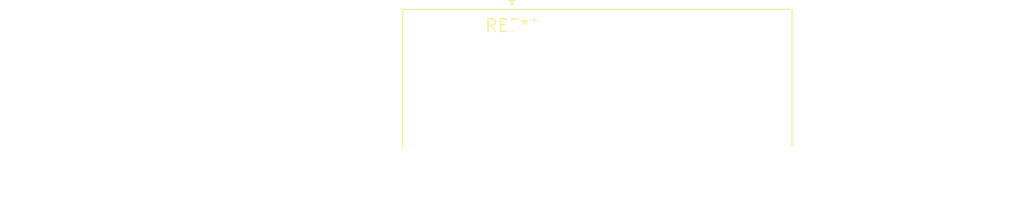
<source format=kicad_pcb>
(kicad_pcb (version 20240108) (generator pcbnew)
  (layers (0 "F.Cu" signal) (31 "B.Cu" signal) (34 "B.Paste" user) (35 "F.Paste" user) (36 "B.SilkS" user "B.Silkscreen") (37 "F.SilkS" user "F.Silkscreen") (38 "B.Mask" user) (39 "F.Mask" user) (44 "Edge.Cuts" user))
  (net 0 "")
  (footprint "DSUB-26-HD_Male_Horizontal_P2.29x1.98mm_EdgePinOffset8.35mm_Housed_MountingHolesOffset10.89mm" (layer "F.Cu") (at 0 0)
    (property "Reference" "REF**")
    (property "Value" "DSUB-26-HD_Male_Horizontal_P2.29x1.98mm_EdgePinOffset8.35mm_Housed_MountingHolesOffset10.89mm")
    (fp_line (start -11.035 -1.64) (end 28.285 -1.64) (layer "F.SilkS") (stroke (width 0.12)))
    (fp_line (start -11.035 12.25) (end -11.035 -1.64) (layer "F.SilkS") (stroke (width 0.12)))
    (fp_line (start -0.25 -2.534338) (end 0.25 -2.534338) (layer "F.SilkS") (stroke (width 0.12)))
    (fp_line (start 0 -2.101325) (end -0.25 -2.534338) (layer "F.SilkS") (stroke (width 0.12)))
    (fp_line (start 0.25 -2.534338) (end 0 -2.101325) (layer "F.SilkS") (stroke (width 0.12)))
    (fp_line (start 28.285 -1.64) (end 28.285 12.25) (layer "F.SilkS") (stroke (width 0.12)))
    (pad "0" thru_hole circle (at -8.025 1.42) (size 4 4) (drill 3.2) (layers *.Cu *.Mask) (remove_unused_layers))
    (pad "0" thru_hole circle (at 25.275 1.42) (size 4 4) (drill 3.2) (layers *.Cu *.Mask) (remove_unused_layers))
    (pad "1" thru_hole rect (at 0 0) (size 1.6 1.6) (drill 1) (layers *.Cu *.Mask) (remove_unused_layers))
    (pad "2" thru_hole circle (at 2.29 0) (size 1.6 1.6) (drill 1) (layers *.Cu *.Mask) (remove_unused_layers))
    (pad "3" thru_hole circle (at 4.58 0) (size 1.6 1.6) (drill 1) (layers *.Cu *.Mask) (remove_unused_layers))
    (pad "4" thru_hole circle (at 6.87 0) (size 1.6 1.6) (drill 1) (layers *.Cu *.Mask) (remove_unused_layers))
    (pad "5" thru_hole circle (at 9.16 0) (size 1.6 1.6) (drill 1) (layers *.Cu *.Mask) (remove_unused_layers))
    (pad "6" thru_hole circle (at 11.45 0) (size 1.6 1.6) (drill 1) (layers *.Cu *.Mask) (remove_unused_layers))
    (pad "7" thru_hole circle (at 13.74 0) (size 1.6 1.6) (drill 1) (layers *.Cu *.Mask) (remove_unused_layers))
    (pad "8" thru_hole circle (at 16.03 0) (size 1.6 1.6) (drill 1) (layers *.Cu *.Mask) (remove_unused_layers))
    (pad "9" thru_hole circle (at 18.32 0) (size 1.6 1.6) (drill 1) (layers *.Cu *.Mask) (remove_unused_layers))
    (pad "10" thru_hole circle (at -1.145 1.98) (size 1.6 1.6) (drill 1) (layers *.Cu *.Mask) (remove_unused_layers))
    (pad "11" thru_hole circle (at 1.145 1.98) (size 1.6 1.6) (drill 1) (layers *.Cu *.Mask) (remove_unused_layers))
    (pad "12" thru_hole circle (at 3.435 1.98) (size 1.6 1.6) (drill 1) (layers *.Cu *.Mask) (remove_unused_layers))
    (pad "13" thru_hole circle (at 5.725 1.98) (size 1.6 1.6) (drill 1) (layers *.Cu *.Mask) (remove_unused_layers))
    (pad "14" thru_hole circle (at 8.015 1.98) (size 1.6 1.6) (drill 1) (layers *.Cu *.Mask) (remove_unused_layers))
    (pad "15" thru_hole circle (at 10.305 1.98) (size 1.6 1.6) (drill 1) (layers *.Cu *.Mask) (remove_unused_layers))
    (pad "16" thru_hole circle (at 12.595 1.98) (size 1.6 1.6) (drill 1) (layers *.Cu *.Mask) (remove_unused_layers))
    (pad "17" thru_hole circle (at 14.885 1.98) (size 1.6 1.6) (drill 1) (layers *.Cu *.Mask) (remove_unused_layers))
    (pad "18" thru_hole circle (at 17.175 1.98) (size 1.6 1.6) (drill 1) (layers *.Cu *.Mask) (remove_unused_layers))
    (pad "19" thru_hole circle (at 0 3.96) (size 1.6 1.6) (drill 1) (layers *.Cu *.Mask) (remove_unused_layers))
    (pad "20" thru_hole circle (at 2.29 3.96) (size 1.6 1.6) (drill 1) (layers *.Cu *.Mask) (remove_unused_layers))
    (pad "21" thru_hole circle (at 4.58 3.96) (size 1.6 1.6) (drill 1) (layers *.Cu *.Mask) (remove_unused_layers))
    (pad "22" thru_hole circle (at 6.87 3.96) (size 1.6 1.6) (drill 1) (layers *.Cu *.Mask) (remove_unused_layers))
    (pad "23" thru_hole circle (at 9.16 3.96) (size 1.6 1.6) (drill 1) (layers *.Cu *.Mask) (remove_unused_layers))
    (pad "24" thru_hole circle (at 11.45 3.96) (size 1.6 1.6) (drill 1) (layers *.Cu *.Mask) (remove_unused_layers))
    (pad "25" thru_hole circle (at 13.74 3.96) (size 1.6 1.6) (drill 1) (layers *.Cu *.Mask) (remove_unused_layers))
    (pad "26" thru_hole circle (at 16.03 3.96) (size 1.6 1.6) (drill 1) (layers *.Cu *.Mask) (remove_unused_layers))
  )
)
</source>
